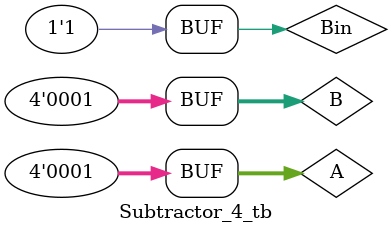
<source format=v>
`timescale 1ns / 1ps
module Subtractor_4(A, B, Bin, diff, Bout);
    input [3:0] A, B; // 4-bit inputs A and B
    input Bin; // Borrow input
    output [3:0] diff; // 4-bit difference output
    output Bout; // Borrow output
    wire [2:0] carryout; // Intermediate borrow signals for chaining
    full_subtractor s0(A[0], B[0], Bin, diff[0], carryout[0]);  // LSB subtractor
    full_subtractor s1(A[1], B[1], carryout[0], diff[1], carryout[1]); // Next bit subtractor
    full_subtractor s2(A[2], B[2], carryout[1], diff[2], carryout[2]); // Next bit subtractor
    full_subtractor s3(A[3], B[3], carryout[2], diff[3], Bout); // MSB subtractor
endmodule

module full_subtractor(A, B, Bin, diff, Bout);
    input A, B, Bin; // Inputs for the full subtractor
    output diff, Bout; // Outputs for the difference and borrow
    assign diff = A ^ B ^ Bin;  // Calculate the difference using XOR operation
    assign Bout = (B && Bin) || (!A && ((B && !Bin) || (!B && Bin))); // Calculate the borrow output
endmodule


module Subtractor_4_tb();
    reg [3:0] A, B;
    reg Bin;
    wire [3:0] diff;
    wire Bout;
    Subtractor_4 uut(A, B, Bin, diff, Bout);
initial begin
    $monitor("A=%b, B=%b, Bin=%b, diff=%b, Bout=%b", A, B, Bin, diff, Bout);
    A = 4'b0000;
    B = 4'b0000;
    Bin = 1'b0;
    #100;
    Bin = 1'b1;
    A = 4'b0000;
    B = 4'b0000;
    #100
    Bin = 1'b0;
    A = 4'b0000;
    B = 4'b0001;
    #100
    Bin = 1'b1;
    A = 8'b0000;
    B = 8'b0001;
    #100
    Bin = 1'b0;
    A = 8'b0001;
    B = 8'b0000;
    #100;

    Bin = 1'b1;
    A = 4'b0001;
    B = 4'b0000;
    #100
    Bin = 1'b0;
    A = 4'b0001;
    B = 4'b0001;
    #100
    Bin = 1'b1;
    A = 8'b0001;
    B = 8'b0001;
   end
endmodule
</source>
